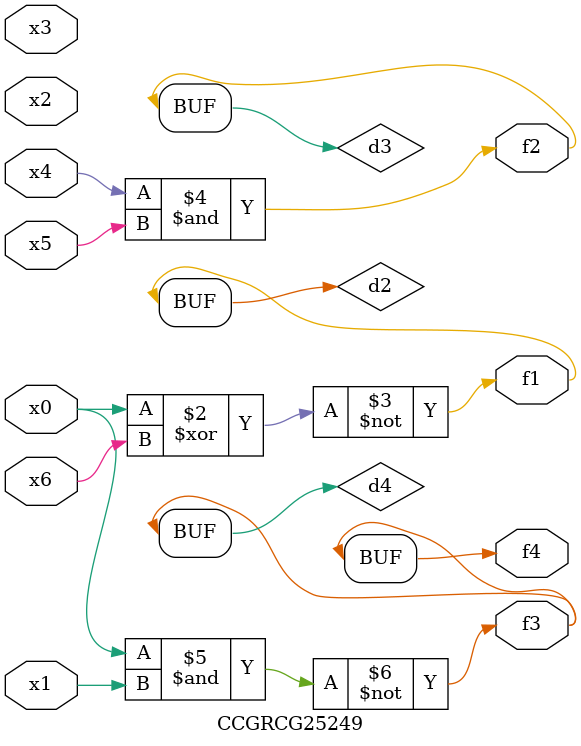
<source format=v>
module CCGRCG25249(
	input x0, x1, x2, x3, x4, x5, x6,
	output f1, f2, f3, f4
);

	wire d1, d2, d3, d4;

	nor (d1, x0);
	xnor (d2, x0, x6);
	and (d3, x4, x5);
	nand (d4, x0, x1);
	assign f1 = d2;
	assign f2 = d3;
	assign f3 = d4;
	assign f4 = d4;
endmodule

</source>
